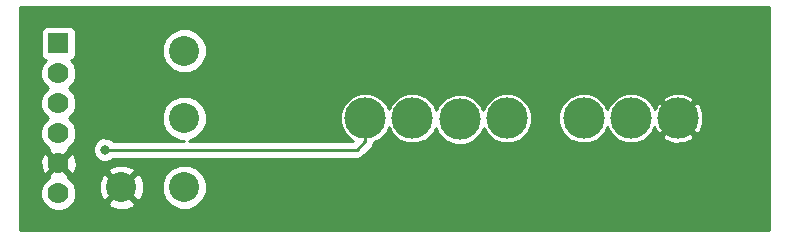
<source format=gbl>
G04 #@! TF.FileFunction,Copper,L2,Bot,Signal*
%FSLAX46Y46*%
G04 Gerber Fmt 4.6, Leading zero omitted, Abs format (unit mm)*
G04 Created by KiCad (PCBNEW 4.0.2-1.fc23-product) date Wed 28 Dec 2016 04:25:50 PM CST*
%MOMM*%
G01*
G04 APERTURE LIST*
%ADD10C,0.100000*%
%ADD11R,1.701800X1.701800*%
%ADD12C,1.778000*%
%ADD13C,2.540000*%
%ADD14C,3.500000*%
%ADD15C,0.800000*%
%ADD16C,0.254000*%
G04 APERTURE END LIST*
D10*
D11*
X85217000Y-90170000D03*
D12*
X85217000Y-92710000D03*
X85217000Y-95250000D03*
X85217000Y-97790000D03*
X85217000Y-100330000D03*
X85217000Y-102870000D03*
D13*
X95885000Y-90805000D03*
X95885000Y-96520000D03*
X95885000Y-102362000D03*
X90551000Y-102362000D03*
D14*
X111190000Y-96520000D03*
X115190000Y-96520000D03*
X119190000Y-96620000D03*
X123190000Y-96520000D03*
X129690000Y-96520000D03*
X133690000Y-96520000D03*
X137690000Y-96520000D03*
D15*
X89154000Y-99187000D03*
D16*
X110109000Y-99187000D02*
X110490000Y-99187000D01*
X111190000Y-98487000D02*
X111190000Y-96520000D01*
X110490000Y-99187000D02*
X111190000Y-98487000D01*
X89154000Y-99187000D02*
X110109000Y-99187000D01*
X110109000Y-99187000D02*
X110236000Y-99187000D01*
G36*
X145340000Y-105970000D02*
X81990000Y-105970000D01*
X81990000Y-103171812D01*
X83692736Y-103171812D01*
X83924262Y-103732149D01*
X84352596Y-104161231D01*
X84912528Y-104393735D01*
X85518812Y-104394264D01*
X86079149Y-104162738D01*
X86508231Y-103734404D01*
X86518457Y-103709777D01*
X89382828Y-103709777D01*
X89514520Y-104004657D01*
X90222036Y-104276261D01*
X90979632Y-104256436D01*
X91587480Y-104004657D01*
X91719172Y-103709777D01*
X90551000Y-102541605D01*
X89382828Y-103709777D01*
X86518457Y-103709777D01*
X86740735Y-103174472D01*
X86741264Y-102568188D01*
X86520145Y-102033036D01*
X88636739Y-102033036D01*
X88656564Y-102790632D01*
X88908343Y-103398480D01*
X89203223Y-103530172D01*
X90371395Y-102362000D01*
X90730605Y-102362000D01*
X91898777Y-103530172D01*
X92193657Y-103398480D01*
X92446719Y-102739265D01*
X93979670Y-102739265D01*
X94269078Y-103439686D01*
X94804495Y-103976039D01*
X95504410Y-104266668D01*
X96262265Y-104267330D01*
X96962686Y-103977922D01*
X97499039Y-103442505D01*
X97789668Y-102742590D01*
X97790330Y-101984735D01*
X97500922Y-101284314D01*
X96965505Y-100747961D01*
X96265590Y-100457332D01*
X95507735Y-100456670D01*
X94807314Y-100746078D01*
X94270961Y-101281495D01*
X93980332Y-101981410D01*
X93979670Y-102739265D01*
X92446719Y-102739265D01*
X92465261Y-102690964D01*
X92445436Y-101933368D01*
X92193657Y-101325520D01*
X91898777Y-101193828D01*
X90730605Y-102362000D01*
X90371395Y-102362000D01*
X89203223Y-101193828D01*
X88908343Y-101325520D01*
X88636739Y-102033036D01*
X86520145Y-102033036D01*
X86509738Y-102007851D01*
X86081404Y-101578769D01*
X86054494Y-101567595D01*
X86109591Y-101402196D01*
X85217000Y-100509605D01*
X84324409Y-101402196D01*
X84379353Y-101567138D01*
X84354851Y-101577262D01*
X83925769Y-102005596D01*
X83693265Y-102565528D01*
X83692736Y-103171812D01*
X81990000Y-103171812D01*
X81990000Y-100091965D01*
X83681484Y-100091965D01*
X83707277Y-100697700D01*
X83889461Y-101137533D01*
X84144804Y-101222591D01*
X85037395Y-100330000D01*
X85396605Y-100330000D01*
X86289196Y-101222591D01*
X86544539Y-101137533D01*
X86589571Y-101014223D01*
X89382828Y-101014223D01*
X90551000Y-102182395D01*
X91719172Y-101014223D01*
X91587480Y-100719343D01*
X90879964Y-100447739D01*
X90122368Y-100467564D01*
X89514520Y-100719343D01*
X89382828Y-101014223D01*
X86589571Y-101014223D01*
X86752516Y-100568035D01*
X86726723Y-99962300D01*
X86544539Y-99522467D01*
X86289196Y-99437409D01*
X85396605Y-100330000D01*
X85037395Y-100330000D01*
X84144804Y-99437409D01*
X83889461Y-99522467D01*
X83681484Y-100091965D01*
X81990000Y-100091965D01*
X81990000Y-93011812D01*
X83692736Y-93011812D01*
X83924262Y-93572149D01*
X84331737Y-93980336D01*
X83925769Y-94385596D01*
X83693265Y-94945528D01*
X83692736Y-95551812D01*
X83924262Y-96112149D01*
X84331737Y-96520336D01*
X83925769Y-96925596D01*
X83693265Y-97485528D01*
X83692736Y-98091812D01*
X83924262Y-98652149D01*
X84352596Y-99081231D01*
X84379506Y-99092405D01*
X84324409Y-99257804D01*
X85217000Y-100150395D01*
X85975424Y-99391971D01*
X88118821Y-99391971D01*
X88276058Y-99772515D01*
X88566954Y-100063919D01*
X88947223Y-100221820D01*
X89358971Y-100222179D01*
X89739515Y-100064942D01*
X89855659Y-99949000D01*
X110490000Y-99949000D01*
X110781605Y-99890996D01*
X111028815Y-99725815D01*
X111728815Y-99025816D01*
X111893996Y-98778605D01*
X111918509Y-98655370D01*
X111945884Y-98517748D01*
X112397800Y-98331020D01*
X112998909Y-97730959D01*
X113190068Y-97270598D01*
X113378980Y-97727800D01*
X113979041Y-98328909D01*
X114763459Y-98654628D01*
X115612815Y-98655370D01*
X116397800Y-98331020D01*
X116998909Y-97730959D01*
X117169357Y-97320475D01*
X117378980Y-97827800D01*
X117979041Y-98428909D01*
X118763459Y-98754628D01*
X119612815Y-98755370D01*
X120397800Y-98431020D01*
X120998909Y-97830959D01*
X121210778Y-97320722D01*
X121378980Y-97727800D01*
X121979041Y-98328909D01*
X122763459Y-98654628D01*
X123612815Y-98655370D01*
X124397800Y-98331020D01*
X124998909Y-97730959D01*
X125324628Y-96946541D01*
X125324631Y-96942815D01*
X127554630Y-96942815D01*
X127878980Y-97727800D01*
X128479041Y-98328909D01*
X129263459Y-98654628D01*
X130112815Y-98655370D01*
X130897800Y-98331020D01*
X131498909Y-97730959D01*
X131690068Y-97270598D01*
X131878980Y-97727800D01*
X132479041Y-98328909D01*
X133263459Y-98654628D01*
X134112815Y-98655370D01*
X134897800Y-98331020D01*
X135195368Y-98033970D01*
X136355635Y-98033970D01*
X136515418Y-98352739D01*
X137306187Y-98662723D01*
X138155387Y-98646497D01*
X138864582Y-98352739D01*
X139024365Y-98033970D01*
X137690000Y-96699605D01*
X136355635Y-98033970D01*
X135195368Y-98033970D01*
X135498909Y-97730959D01*
X135685849Y-97280757D01*
X135857261Y-97694582D01*
X136176030Y-97854365D01*
X137510395Y-96520000D01*
X137869605Y-96520000D01*
X139203970Y-97854365D01*
X139522739Y-97694582D01*
X139832723Y-96903813D01*
X139816497Y-96054613D01*
X139522739Y-95345418D01*
X139203970Y-95185635D01*
X137869605Y-96520000D01*
X137510395Y-96520000D01*
X136176030Y-95185635D01*
X135857261Y-95345418D01*
X135690510Y-95770800D01*
X135501020Y-95312200D01*
X135195384Y-95006030D01*
X136355635Y-95006030D01*
X137690000Y-96340395D01*
X139024365Y-95006030D01*
X138864582Y-94687261D01*
X138073813Y-94377277D01*
X137224613Y-94393503D01*
X136515418Y-94687261D01*
X136355635Y-95006030D01*
X135195384Y-95006030D01*
X134900959Y-94711091D01*
X134116541Y-94385372D01*
X133267185Y-94384630D01*
X132482200Y-94708980D01*
X131881091Y-95309041D01*
X131689932Y-95769402D01*
X131501020Y-95312200D01*
X130900959Y-94711091D01*
X130116541Y-94385372D01*
X129267185Y-94384630D01*
X128482200Y-94708980D01*
X127881091Y-95309041D01*
X127555372Y-96093459D01*
X127554630Y-96942815D01*
X125324631Y-96942815D01*
X125325370Y-96097185D01*
X125001020Y-95312200D01*
X124400959Y-94711091D01*
X123616541Y-94385372D01*
X122767185Y-94384630D01*
X121982200Y-94708980D01*
X121381091Y-95309041D01*
X121169222Y-95819278D01*
X121001020Y-95412200D01*
X120400959Y-94811091D01*
X119616541Y-94485372D01*
X118767185Y-94484630D01*
X117982200Y-94808980D01*
X117381091Y-95409041D01*
X117210643Y-95819525D01*
X117001020Y-95312200D01*
X116400959Y-94711091D01*
X115616541Y-94385372D01*
X114767185Y-94384630D01*
X113982200Y-94708980D01*
X113381091Y-95309041D01*
X113189932Y-95769402D01*
X113001020Y-95312200D01*
X112400959Y-94711091D01*
X111616541Y-94385372D01*
X110767185Y-94384630D01*
X109982200Y-94708980D01*
X109381091Y-95309041D01*
X109055372Y-96093459D01*
X109054630Y-96942815D01*
X109378980Y-97727800D01*
X109979041Y-98328909D01*
X110184957Y-98414413D01*
X110174370Y-98425000D01*
X96263064Y-98425000D01*
X96962686Y-98135922D01*
X97499039Y-97600505D01*
X97789668Y-96900590D01*
X97790330Y-96142735D01*
X97500922Y-95442314D01*
X96965505Y-94905961D01*
X96265590Y-94615332D01*
X95507735Y-94614670D01*
X94807314Y-94904078D01*
X94270961Y-95439495D01*
X93980332Y-96139410D01*
X93979670Y-96897265D01*
X94269078Y-97597686D01*
X94804495Y-98134039D01*
X95504410Y-98424668D01*
X95884482Y-98425000D01*
X89855765Y-98425000D01*
X89741046Y-98310081D01*
X89360777Y-98152180D01*
X88949029Y-98151821D01*
X88568485Y-98309058D01*
X88277081Y-98599954D01*
X88119180Y-98980223D01*
X88118821Y-99391971D01*
X85975424Y-99391971D01*
X86109591Y-99257804D01*
X86054647Y-99092862D01*
X86079149Y-99082738D01*
X86508231Y-98654404D01*
X86740735Y-98094472D01*
X86741264Y-97488188D01*
X86509738Y-96927851D01*
X86102263Y-96519664D01*
X86508231Y-96114404D01*
X86740735Y-95554472D01*
X86741264Y-94948188D01*
X86509738Y-94387851D01*
X86102263Y-93979664D01*
X86508231Y-93574404D01*
X86740735Y-93014472D01*
X86741264Y-92408188D01*
X86509738Y-91847851D01*
X86289008Y-91626736D01*
X86303217Y-91624062D01*
X86519341Y-91484990D01*
X86664331Y-91272790D01*
X86682662Y-91182265D01*
X93979670Y-91182265D01*
X94269078Y-91882686D01*
X94804495Y-92419039D01*
X95504410Y-92709668D01*
X96262265Y-92710330D01*
X96962686Y-92420922D01*
X97499039Y-91885505D01*
X97789668Y-91185590D01*
X97790330Y-90427735D01*
X97500922Y-89727314D01*
X96965505Y-89190961D01*
X96265590Y-88900332D01*
X95507735Y-88899670D01*
X94807314Y-89189078D01*
X94270961Y-89724495D01*
X93980332Y-90424410D01*
X93979670Y-91182265D01*
X86682662Y-91182265D01*
X86715340Y-91020900D01*
X86715340Y-89319100D01*
X86671062Y-89083783D01*
X86531990Y-88867659D01*
X86319790Y-88722669D01*
X86067900Y-88671660D01*
X84366100Y-88671660D01*
X84130783Y-88715938D01*
X83914659Y-88855010D01*
X83769669Y-89067210D01*
X83718660Y-89319100D01*
X83718660Y-91020900D01*
X83762938Y-91256217D01*
X83902010Y-91472341D01*
X84114210Y-91617331D01*
X84147649Y-91624103D01*
X83925769Y-91845596D01*
X83693265Y-92405528D01*
X83692736Y-93011812D01*
X81990000Y-93011812D01*
X81990000Y-87070000D01*
X145340000Y-87070000D01*
X145340000Y-105970000D01*
X145340000Y-105970000D01*
G37*
X145340000Y-105970000D02*
X81990000Y-105970000D01*
X81990000Y-103171812D01*
X83692736Y-103171812D01*
X83924262Y-103732149D01*
X84352596Y-104161231D01*
X84912528Y-104393735D01*
X85518812Y-104394264D01*
X86079149Y-104162738D01*
X86508231Y-103734404D01*
X86518457Y-103709777D01*
X89382828Y-103709777D01*
X89514520Y-104004657D01*
X90222036Y-104276261D01*
X90979632Y-104256436D01*
X91587480Y-104004657D01*
X91719172Y-103709777D01*
X90551000Y-102541605D01*
X89382828Y-103709777D01*
X86518457Y-103709777D01*
X86740735Y-103174472D01*
X86741264Y-102568188D01*
X86520145Y-102033036D01*
X88636739Y-102033036D01*
X88656564Y-102790632D01*
X88908343Y-103398480D01*
X89203223Y-103530172D01*
X90371395Y-102362000D01*
X90730605Y-102362000D01*
X91898777Y-103530172D01*
X92193657Y-103398480D01*
X92446719Y-102739265D01*
X93979670Y-102739265D01*
X94269078Y-103439686D01*
X94804495Y-103976039D01*
X95504410Y-104266668D01*
X96262265Y-104267330D01*
X96962686Y-103977922D01*
X97499039Y-103442505D01*
X97789668Y-102742590D01*
X97790330Y-101984735D01*
X97500922Y-101284314D01*
X96965505Y-100747961D01*
X96265590Y-100457332D01*
X95507735Y-100456670D01*
X94807314Y-100746078D01*
X94270961Y-101281495D01*
X93980332Y-101981410D01*
X93979670Y-102739265D01*
X92446719Y-102739265D01*
X92465261Y-102690964D01*
X92445436Y-101933368D01*
X92193657Y-101325520D01*
X91898777Y-101193828D01*
X90730605Y-102362000D01*
X90371395Y-102362000D01*
X89203223Y-101193828D01*
X88908343Y-101325520D01*
X88636739Y-102033036D01*
X86520145Y-102033036D01*
X86509738Y-102007851D01*
X86081404Y-101578769D01*
X86054494Y-101567595D01*
X86109591Y-101402196D01*
X85217000Y-100509605D01*
X84324409Y-101402196D01*
X84379353Y-101567138D01*
X84354851Y-101577262D01*
X83925769Y-102005596D01*
X83693265Y-102565528D01*
X83692736Y-103171812D01*
X81990000Y-103171812D01*
X81990000Y-100091965D01*
X83681484Y-100091965D01*
X83707277Y-100697700D01*
X83889461Y-101137533D01*
X84144804Y-101222591D01*
X85037395Y-100330000D01*
X85396605Y-100330000D01*
X86289196Y-101222591D01*
X86544539Y-101137533D01*
X86589571Y-101014223D01*
X89382828Y-101014223D01*
X90551000Y-102182395D01*
X91719172Y-101014223D01*
X91587480Y-100719343D01*
X90879964Y-100447739D01*
X90122368Y-100467564D01*
X89514520Y-100719343D01*
X89382828Y-101014223D01*
X86589571Y-101014223D01*
X86752516Y-100568035D01*
X86726723Y-99962300D01*
X86544539Y-99522467D01*
X86289196Y-99437409D01*
X85396605Y-100330000D01*
X85037395Y-100330000D01*
X84144804Y-99437409D01*
X83889461Y-99522467D01*
X83681484Y-100091965D01*
X81990000Y-100091965D01*
X81990000Y-93011812D01*
X83692736Y-93011812D01*
X83924262Y-93572149D01*
X84331737Y-93980336D01*
X83925769Y-94385596D01*
X83693265Y-94945528D01*
X83692736Y-95551812D01*
X83924262Y-96112149D01*
X84331737Y-96520336D01*
X83925769Y-96925596D01*
X83693265Y-97485528D01*
X83692736Y-98091812D01*
X83924262Y-98652149D01*
X84352596Y-99081231D01*
X84379506Y-99092405D01*
X84324409Y-99257804D01*
X85217000Y-100150395D01*
X85975424Y-99391971D01*
X88118821Y-99391971D01*
X88276058Y-99772515D01*
X88566954Y-100063919D01*
X88947223Y-100221820D01*
X89358971Y-100222179D01*
X89739515Y-100064942D01*
X89855659Y-99949000D01*
X110490000Y-99949000D01*
X110781605Y-99890996D01*
X111028815Y-99725815D01*
X111728815Y-99025816D01*
X111893996Y-98778605D01*
X111918509Y-98655370D01*
X111945884Y-98517748D01*
X112397800Y-98331020D01*
X112998909Y-97730959D01*
X113190068Y-97270598D01*
X113378980Y-97727800D01*
X113979041Y-98328909D01*
X114763459Y-98654628D01*
X115612815Y-98655370D01*
X116397800Y-98331020D01*
X116998909Y-97730959D01*
X117169357Y-97320475D01*
X117378980Y-97827800D01*
X117979041Y-98428909D01*
X118763459Y-98754628D01*
X119612815Y-98755370D01*
X120397800Y-98431020D01*
X120998909Y-97830959D01*
X121210778Y-97320722D01*
X121378980Y-97727800D01*
X121979041Y-98328909D01*
X122763459Y-98654628D01*
X123612815Y-98655370D01*
X124397800Y-98331020D01*
X124998909Y-97730959D01*
X125324628Y-96946541D01*
X125324631Y-96942815D01*
X127554630Y-96942815D01*
X127878980Y-97727800D01*
X128479041Y-98328909D01*
X129263459Y-98654628D01*
X130112815Y-98655370D01*
X130897800Y-98331020D01*
X131498909Y-97730959D01*
X131690068Y-97270598D01*
X131878980Y-97727800D01*
X132479041Y-98328909D01*
X133263459Y-98654628D01*
X134112815Y-98655370D01*
X134897800Y-98331020D01*
X135195368Y-98033970D01*
X136355635Y-98033970D01*
X136515418Y-98352739D01*
X137306187Y-98662723D01*
X138155387Y-98646497D01*
X138864582Y-98352739D01*
X139024365Y-98033970D01*
X137690000Y-96699605D01*
X136355635Y-98033970D01*
X135195368Y-98033970D01*
X135498909Y-97730959D01*
X135685849Y-97280757D01*
X135857261Y-97694582D01*
X136176030Y-97854365D01*
X137510395Y-96520000D01*
X137869605Y-96520000D01*
X139203970Y-97854365D01*
X139522739Y-97694582D01*
X139832723Y-96903813D01*
X139816497Y-96054613D01*
X139522739Y-95345418D01*
X139203970Y-95185635D01*
X137869605Y-96520000D01*
X137510395Y-96520000D01*
X136176030Y-95185635D01*
X135857261Y-95345418D01*
X135690510Y-95770800D01*
X135501020Y-95312200D01*
X135195384Y-95006030D01*
X136355635Y-95006030D01*
X137690000Y-96340395D01*
X139024365Y-95006030D01*
X138864582Y-94687261D01*
X138073813Y-94377277D01*
X137224613Y-94393503D01*
X136515418Y-94687261D01*
X136355635Y-95006030D01*
X135195384Y-95006030D01*
X134900959Y-94711091D01*
X134116541Y-94385372D01*
X133267185Y-94384630D01*
X132482200Y-94708980D01*
X131881091Y-95309041D01*
X131689932Y-95769402D01*
X131501020Y-95312200D01*
X130900959Y-94711091D01*
X130116541Y-94385372D01*
X129267185Y-94384630D01*
X128482200Y-94708980D01*
X127881091Y-95309041D01*
X127555372Y-96093459D01*
X127554630Y-96942815D01*
X125324631Y-96942815D01*
X125325370Y-96097185D01*
X125001020Y-95312200D01*
X124400959Y-94711091D01*
X123616541Y-94385372D01*
X122767185Y-94384630D01*
X121982200Y-94708980D01*
X121381091Y-95309041D01*
X121169222Y-95819278D01*
X121001020Y-95412200D01*
X120400959Y-94811091D01*
X119616541Y-94485372D01*
X118767185Y-94484630D01*
X117982200Y-94808980D01*
X117381091Y-95409041D01*
X117210643Y-95819525D01*
X117001020Y-95312200D01*
X116400959Y-94711091D01*
X115616541Y-94385372D01*
X114767185Y-94384630D01*
X113982200Y-94708980D01*
X113381091Y-95309041D01*
X113189932Y-95769402D01*
X113001020Y-95312200D01*
X112400959Y-94711091D01*
X111616541Y-94385372D01*
X110767185Y-94384630D01*
X109982200Y-94708980D01*
X109381091Y-95309041D01*
X109055372Y-96093459D01*
X109054630Y-96942815D01*
X109378980Y-97727800D01*
X109979041Y-98328909D01*
X110184957Y-98414413D01*
X110174370Y-98425000D01*
X96263064Y-98425000D01*
X96962686Y-98135922D01*
X97499039Y-97600505D01*
X97789668Y-96900590D01*
X97790330Y-96142735D01*
X97500922Y-95442314D01*
X96965505Y-94905961D01*
X96265590Y-94615332D01*
X95507735Y-94614670D01*
X94807314Y-94904078D01*
X94270961Y-95439495D01*
X93980332Y-96139410D01*
X93979670Y-96897265D01*
X94269078Y-97597686D01*
X94804495Y-98134039D01*
X95504410Y-98424668D01*
X95884482Y-98425000D01*
X89855765Y-98425000D01*
X89741046Y-98310081D01*
X89360777Y-98152180D01*
X88949029Y-98151821D01*
X88568485Y-98309058D01*
X88277081Y-98599954D01*
X88119180Y-98980223D01*
X88118821Y-99391971D01*
X85975424Y-99391971D01*
X86109591Y-99257804D01*
X86054647Y-99092862D01*
X86079149Y-99082738D01*
X86508231Y-98654404D01*
X86740735Y-98094472D01*
X86741264Y-97488188D01*
X86509738Y-96927851D01*
X86102263Y-96519664D01*
X86508231Y-96114404D01*
X86740735Y-95554472D01*
X86741264Y-94948188D01*
X86509738Y-94387851D01*
X86102263Y-93979664D01*
X86508231Y-93574404D01*
X86740735Y-93014472D01*
X86741264Y-92408188D01*
X86509738Y-91847851D01*
X86289008Y-91626736D01*
X86303217Y-91624062D01*
X86519341Y-91484990D01*
X86664331Y-91272790D01*
X86682662Y-91182265D01*
X93979670Y-91182265D01*
X94269078Y-91882686D01*
X94804495Y-92419039D01*
X95504410Y-92709668D01*
X96262265Y-92710330D01*
X96962686Y-92420922D01*
X97499039Y-91885505D01*
X97789668Y-91185590D01*
X97790330Y-90427735D01*
X97500922Y-89727314D01*
X96965505Y-89190961D01*
X96265590Y-88900332D01*
X95507735Y-88899670D01*
X94807314Y-89189078D01*
X94270961Y-89724495D01*
X93980332Y-90424410D01*
X93979670Y-91182265D01*
X86682662Y-91182265D01*
X86715340Y-91020900D01*
X86715340Y-89319100D01*
X86671062Y-89083783D01*
X86531990Y-88867659D01*
X86319790Y-88722669D01*
X86067900Y-88671660D01*
X84366100Y-88671660D01*
X84130783Y-88715938D01*
X83914659Y-88855010D01*
X83769669Y-89067210D01*
X83718660Y-89319100D01*
X83718660Y-91020900D01*
X83762938Y-91256217D01*
X83902010Y-91472341D01*
X84114210Y-91617331D01*
X84147649Y-91624103D01*
X83925769Y-91845596D01*
X83693265Y-92405528D01*
X83692736Y-93011812D01*
X81990000Y-93011812D01*
X81990000Y-87070000D01*
X145340000Y-87070000D01*
X145340000Y-105970000D01*
M02*

</source>
